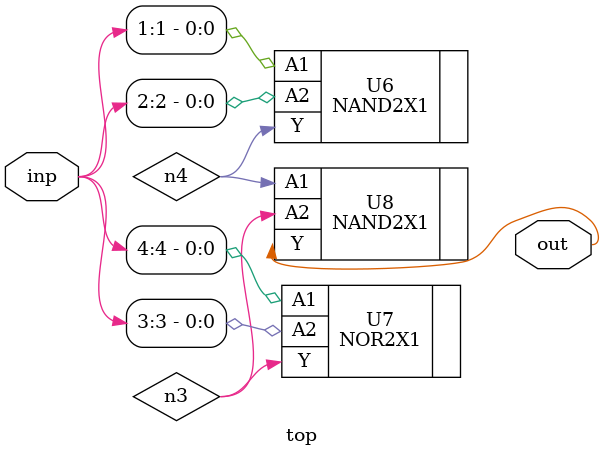
<source format=sv>


module top ( inp, out );
  input [4:0] inp;
  output out;
  wire   n3, n4;

  NAND2X1 U6 ( .A1(inp[1]), .A2(inp[2]), .Y(n4) );
  NOR2X1 U7 ( .A1(inp[4]), .A2(inp[3]), .Y(n3) );
  NAND2X1 U8 ( .A1(n4), .A2(n3), .Y(out) );
endmodule


</source>
